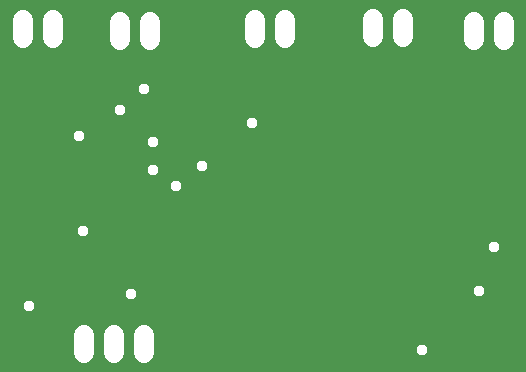
<source format=gbr>
G04 EAGLE Gerber RS-274X export*
G75*
%MOMM*%
%FSLAX34Y34*%
%LPD*%
%INSoldermask Bottom*%
%IPNEG*%
%AMOC8*
5,1,8,0,0,1.08239X$1,22.5*%
G01*
%ADD10C,1.727200*%
%ADD11C,0.959600*%


D10*
X60250Y319370D02*
X60250Y304130D01*
X34850Y304130D02*
X34850Y319370D01*
X142600Y318270D02*
X142600Y303030D01*
X117200Y303030D02*
X117200Y318270D01*
X256600Y319520D02*
X256600Y304280D01*
X231200Y304280D02*
X231200Y319520D01*
X356850Y320770D02*
X356850Y305530D01*
X331450Y305530D02*
X331450Y320770D01*
X442100Y318270D02*
X442100Y303030D01*
X416700Y303030D02*
X416700Y318270D01*
X137600Y53020D02*
X137600Y37780D01*
X112200Y37780D02*
X112200Y53020D01*
X86800Y53020D02*
X86800Y37780D01*
D11*
X86250Y141250D03*
X228750Y232500D03*
X40000Y77500D03*
X126250Y87500D03*
X372500Y40000D03*
X145000Y216250D03*
X117500Y243750D03*
X433750Y127500D03*
X145000Y192500D03*
X421250Y90000D03*
X137500Y261250D03*
X186250Y196250D03*
X82500Y221250D03*
X165000Y178750D03*
M02*

</source>
